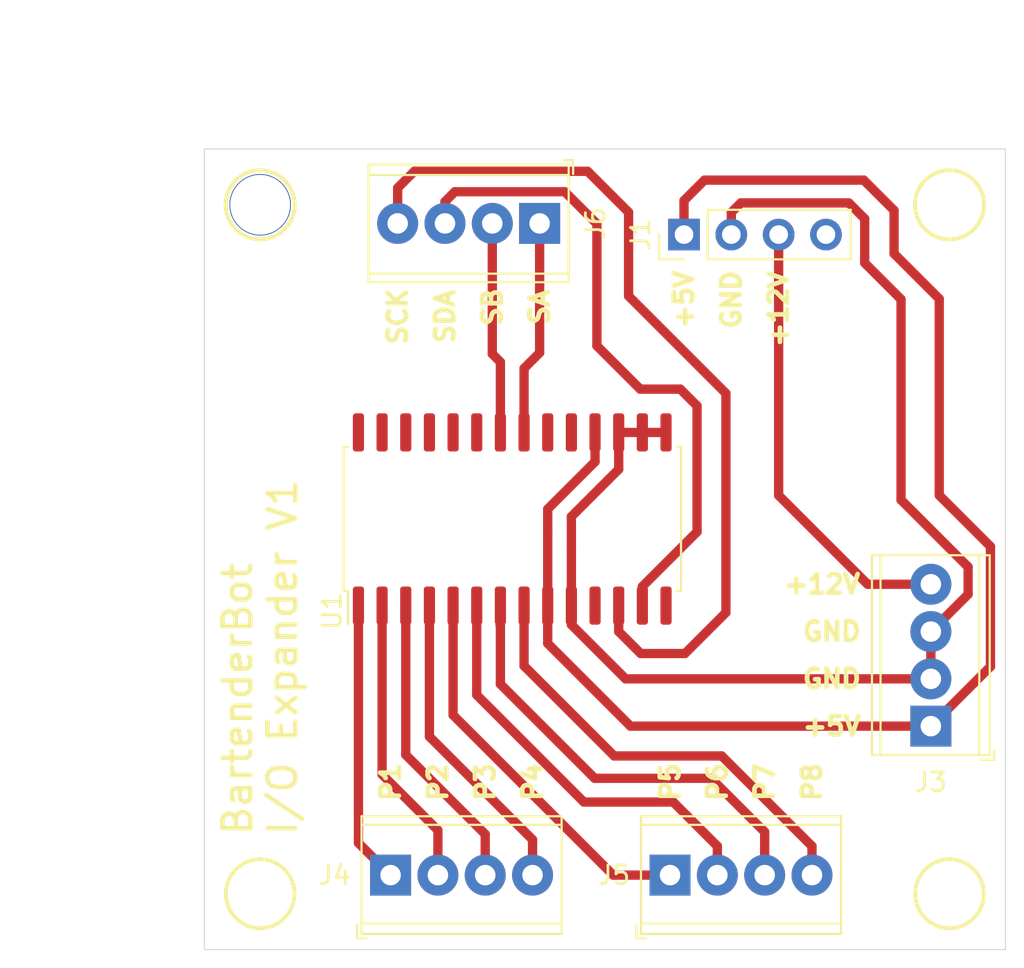
<source format=kicad_pcb>
(kicad_pcb (version 20171130) (host pcbnew "(5.1.8-0-10_14)")

  (general
    (thickness 1.6)
    (drawings 26)
    (tracks 99)
    (zones 0)
    (modules 10)
    (nets 27)
  )

  (page A4)
  (layers
    (0 F.Cu signal)
    (31 B.Cu signal)
    (32 B.Adhes user)
    (33 F.Adhes user)
    (34 B.Paste user)
    (35 F.Paste user)
    (36 B.SilkS user)
    (37 F.SilkS user)
    (38 B.Mask user)
    (39 F.Mask user)
    (40 Dwgs.User user)
    (41 Cmts.User user)
    (42 Eco1.User user)
    (43 Eco2.User user)
    (44 Edge.Cuts user)
    (45 Margin user)
    (46 B.CrtYd user)
    (47 F.CrtYd user)
    (48 B.Fab user)
    (49 F.Fab user)
  )

  (setup
    (last_trace_width 0.5)
    (user_trace_width 0.5)
    (trace_clearance 0.2)
    (zone_clearance 0.508)
    (zone_45_only no)
    (trace_min 0.5)
    (via_size 0.8)
    (via_drill 0.4)
    (via_min_size 0.4)
    (via_min_drill 0.3)
    (uvia_size 0.3)
    (uvia_drill 0.1)
    (uvias_allowed no)
    (uvia_min_size 0.2)
    (uvia_min_drill 0.1)
    (edge_width 0.05)
    (segment_width 0.2)
    (pcb_text_width 0.3)
    (pcb_text_size 1.5 1.5)
    (mod_edge_width 0.12)
    (mod_text_size 1 1)
    (mod_text_width 0.15)
    (pad_size 3.302 3.302)
    (pad_drill 3.302)
    (pad_to_mask_clearance 0)
    (aux_axis_origin 0 0)
    (visible_elements FFFFFF7F)
    (pcbplotparams
      (layerselection 0x010fc_ffffffff)
      (usegerberextensions false)
      (usegerberattributes true)
      (usegerberadvancedattributes true)
      (creategerberjobfile true)
      (excludeedgelayer true)
      (linewidth 0.100000)
      (plotframeref false)
      (viasonmask false)
      (mode 1)
      (useauxorigin false)
      (hpglpennumber 1)
      (hpglpenspeed 20)
      (hpglpendiameter 15.000000)
      (psnegative false)
      (psa4output false)
      (plotreference true)
      (plotvalue true)
      (plotinvisibletext false)
      (padsonsilk false)
      (subtractmaskfromsilk false)
      (outputformat 1)
      (mirror false)
      (drillshape 0)
      (scaleselection 1)
      (outputdirectory ""))
  )

  (net 0 "")
  (net 1 +5V)
  (net 2 GND)
  (net 3 +12V)
  (net 4 /Pump4)
  (net 5 /Pump3)
  (net 6 /Pump2)
  (net 7 /Pump1)
  (net 8 /Pump5)
  (net 9 /Pump6)
  (net 10 /Pump7)
  (net 11 /Pump8)
  (net 12 /SCK)
  (net 13 /SDA)
  (net 14 /StepB)
  (net 15 /StepA)
  (net 16 "Net-(U1-Pad11)")
  (net 17 "Net-(U1-Pad14)")
  (net 18 "Net-(U1-Pad19)")
  (net 19 "Net-(U1-Pad20)")
  (net 20 "Net-(U1-Pad23)")
  (net 21 "Net-(U1-Pad24)")
  (net 22 "Net-(U1-Pad25)")
  (net 23 "Net-(U1-Pad26)")
  (net 24 "Net-(U1-Pad27)")
  (net 25 "Net-(U1-Pad28)")
  (net 26 "Net-(J1-Pad4)")

  (net_class Default "This is the default net class."
    (clearance 0.2)
    (trace_width 0.25)
    (via_dia 0.8)
    (via_drill 0.4)
    (uvia_dia 0.3)
    (uvia_drill 0.1)
    (add_net +12V)
    (add_net +5V)
    (add_net /Pump1)
    (add_net /Pump2)
    (add_net /Pump3)
    (add_net /Pump4)
    (add_net /Pump5)
    (add_net /Pump6)
    (add_net /Pump7)
    (add_net /Pump8)
    (add_net /SCK)
    (add_net /SDA)
    (add_net /StepA)
    (add_net /StepB)
    (add_net GND)
    (add_net "Net-(J1-Pad4)")
    (add_net "Net-(U1-Pad11)")
    (add_net "Net-(U1-Pad14)")
    (add_net "Net-(U1-Pad19)")
    (add_net "Net-(U1-Pad20)")
    (add_net "Net-(U1-Pad23)")
    (add_net "Net-(U1-Pad24)")
    (add_net "Net-(U1-Pad25)")
    (add_net "Net-(U1-Pad26)")
    (add_net "Net-(U1-Pad27)")
    (add_net "Net-(U1-Pad28)")
  )

  (module Package_SO:SOIC-28W_7.5x17.9mm_P1.27mm (layer F.Cu) (tedit 5D9F72B1) (tstamp 5FE41E8B)
    (at 116.53 59.875 90)
    (descr "SOIC, 28 Pin (JEDEC MS-013AE, https://www.analog.com/media/en/package-pcb-resources/package/35833120341221rw_28.pdf), generated with kicad-footprint-generator ipc_gullwing_generator.py")
    (tags "SOIC SO")
    (path /5FC5ECEE)
    (attr smd)
    (fp_text reference U1 (at -4.95 -9.68 90) (layer F.SilkS)
      (effects (font (size 1 1) (thickness 0.15)))
    )
    (fp_text value MCP23017_SO (at 0 9.9 90) (layer F.Fab)
      (effects (font (size 1 1) (thickness 0.15)))
    )
    (fp_line (start 0 9.06) (end 3.86 9.06) (layer F.SilkS) (width 0.12))
    (fp_line (start 3.86 9.06) (end 3.86 8.815) (layer F.SilkS) (width 0.12))
    (fp_line (start 0 9.06) (end -3.86 9.06) (layer F.SilkS) (width 0.12))
    (fp_line (start -3.86 9.06) (end -3.86 8.815) (layer F.SilkS) (width 0.12))
    (fp_line (start 0 -9.06) (end 3.86 -9.06) (layer F.SilkS) (width 0.12))
    (fp_line (start 3.86 -9.06) (end 3.86 -8.815) (layer F.SilkS) (width 0.12))
    (fp_line (start 0 -9.06) (end -3.86 -9.06) (layer F.SilkS) (width 0.12))
    (fp_line (start -3.86 -9.06) (end -3.86 -8.815) (layer F.SilkS) (width 0.12))
    (fp_line (start -3.86 -8.815) (end -5.675 -8.815) (layer F.SilkS) (width 0.12))
    (fp_line (start -2.75 -8.95) (end 3.75 -8.95) (layer F.Fab) (width 0.1))
    (fp_line (start 3.75 -8.95) (end 3.75 8.95) (layer F.Fab) (width 0.1))
    (fp_line (start 3.75 8.95) (end -3.75 8.95) (layer F.Fab) (width 0.1))
    (fp_line (start -3.75 8.95) (end -3.75 -7.95) (layer F.Fab) (width 0.1))
    (fp_line (start -3.75 -7.95) (end -2.75 -8.95) (layer F.Fab) (width 0.1))
    (fp_line (start -5.93 -9.2) (end -5.93 9.2) (layer F.CrtYd) (width 0.05))
    (fp_line (start -5.93 9.2) (end 5.93 9.2) (layer F.CrtYd) (width 0.05))
    (fp_line (start 5.93 9.2) (end 5.93 -9.2) (layer F.CrtYd) (width 0.05))
    (fp_line (start 5.93 -9.2) (end -5.93 -9.2) (layer F.CrtYd) (width 0.05))
    (fp_text user %R (at 0 0 90) (layer F.Fab)
      (effects (font (size 1 1) (thickness 0.15)))
    )
    (pad 1 smd roundrect (at -4.65 -8.255 90) (size 2.05 0.6) (layers F.Cu F.Paste F.Mask) (roundrect_rratio 0.25)
      (net 7 /Pump1))
    (pad 2 smd roundrect (at -4.65 -6.985 90) (size 2.05 0.6) (layers F.Cu F.Paste F.Mask) (roundrect_rratio 0.25)
      (net 6 /Pump2))
    (pad 3 smd roundrect (at -4.65 -5.715 90) (size 2.05 0.6) (layers F.Cu F.Paste F.Mask) (roundrect_rratio 0.25)
      (net 5 /Pump3))
    (pad 4 smd roundrect (at -4.65 -4.445 90) (size 2.05 0.6) (layers F.Cu F.Paste F.Mask) (roundrect_rratio 0.25)
      (net 4 /Pump4))
    (pad 5 smd roundrect (at -4.65 -3.175 90) (size 2.05 0.6) (layers F.Cu F.Paste F.Mask) (roundrect_rratio 0.25)
      (net 8 /Pump5))
    (pad 6 smd roundrect (at -4.65 -1.905 90) (size 2.05 0.6) (layers F.Cu F.Paste F.Mask) (roundrect_rratio 0.25)
      (net 9 /Pump6))
    (pad 7 smd roundrect (at -4.65 -0.635 90) (size 2.05 0.6) (layers F.Cu F.Paste F.Mask) (roundrect_rratio 0.25)
      (net 10 /Pump7))
    (pad 8 smd roundrect (at -4.65 0.635 90) (size 2.05 0.6) (layers F.Cu F.Paste F.Mask) (roundrect_rratio 0.25)
      (net 11 /Pump8))
    (pad 9 smd roundrect (at -4.65 1.905 90) (size 2.05 0.6) (layers F.Cu F.Paste F.Mask) (roundrect_rratio 0.25)
      (net 1 +5V))
    (pad 10 smd roundrect (at -4.65 3.175 90) (size 2.05 0.6) (layers F.Cu F.Paste F.Mask) (roundrect_rratio 0.25)
      (net 2 GND))
    (pad 11 smd roundrect (at -4.65 4.445 90) (size 2.05 0.6) (layers F.Cu F.Paste F.Mask) (roundrect_rratio 0.25)
      (net 16 "Net-(U1-Pad11)"))
    (pad 12 smd roundrect (at -4.65 5.715 90) (size 2.05 0.6) (layers F.Cu F.Paste F.Mask) (roundrect_rratio 0.25)
      (net 12 /SCK))
    (pad 13 smd roundrect (at -4.65 6.985 90) (size 2.05 0.6) (layers F.Cu F.Paste F.Mask) (roundrect_rratio 0.25)
      (net 13 /SDA))
    (pad 14 smd roundrect (at -4.65 8.255 90) (size 2.05 0.6) (layers F.Cu F.Paste F.Mask) (roundrect_rratio 0.25)
      (net 17 "Net-(U1-Pad14)"))
    (pad 15 smd roundrect (at 4.65 8.255 90) (size 2.05 0.6) (layers F.Cu F.Paste F.Mask) (roundrect_rratio 0.25)
      (net 2 GND))
    (pad 16 smd roundrect (at 4.65 6.985 90) (size 2.05 0.6) (layers F.Cu F.Paste F.Mask) (roundrect_rratio 0.25)
      (net 2 GND))
    (pad 17 smd roundrect (at 4.65 5.715 90) (size 2.05 0.6) (layers F.Cu F.Paste F.Mask) (roundrect_rratio 0.25)
      (net 2 GND))
    (pad 18 smd roundrect (at 4.65 4.445 90) (size 2.05 0.6) (layers F.Cu F.Paste F.Mask) (roundrect_rratio 0.25)
      (net 1 +5V))
    (pad 19 smd roundrect (at 4.65 3.175 90) (size 2.05 0.6) (layers F.Cu F.Paste F.Mask) (roundrect_rratio 0.25)
      (net 18 "Net-(U1-Pad19)"))
    (pad 20 smd roundrect (at 4.65 1.905 90) (size 2.05 0.6) (layers F.Cu F.Paste F.Mask) (roundrect_rratio 0.25)
      (net 19 "Net-(U1-Pad20)"))
    (pad 21 smd roundrect (at 4.65 0.635 90) (size 2.05 0.6) (layers F.Cu F.Paste F.Mask) (roundrect_rratio 0.25)
      (net 15 /StepA))
    (pad 22 smd roundrect (at 4.65 -0.635 90) (size 2.05 0.6) (layers F.Cu F.Paste F.Mask) (roundrect_rratio 0.25)
      (net 14 /StepB))
    (pad 23 smd roundrect (at 4.65 -1.905 90) (size 2.05 0.6) (layers F.Cu F.Paste F.Mask) (roundrect_rratio 0.25)
      (net 20 "Net-(U1-Pad23)"))
    (pad 24 smd roundrect (at 4.65 -3.175 90) (size 2.05 0.6) (layers F.Cu F.Paste F.Mask) (roundrect_rratio 0.25)
      (net 21 "Net-(U1-Pad24)"))
    (pad 25 smd roundrect (at 4.65 -4.445 90) (size 2.05 0.6) (layers F.Cu F.Paste F.Mask) (roundrect_rratio 0.25)
      (net 22 "Net-(U1-Pad25)"))
    (pad 26 smd roundrect (at 4.65 -5.715 90) (size 2.05 0.6) (layers F.Cu F.Paste F.Mask) (roundrect_rratio 0.25)
      (net 23 "Net-(U1-Pad26)"))
    (pad 27 smd roundrect (at 4.65 -6.985 90) (size 2.05 0.6) (layers F.Cu F.Paste F.Mask) (roundrect_rratio 0.25)
      (net 24 "Net-(U1-Pad27)"))
    (pad 28 smd roundrect (at 4.65 -8.255 90) (size 2.05 0.6) (layers F.Cu F.Paste F.Mask) (roundrect_rratio 0.25)
      (net 25 "Net-(U1-Pad28)"))
    (model ${KISYS3DMOD}/Package_SO.3dshapes/SOIC-28W_7.5x17.9mm_P1.27mm.wrl
      (at (xyz 0 0 0))
      (scale (xyz 1 1 1))
      (rotate (xyz 0 0 0))
    )
  )

  (module TerminalBlock_Phoenix:TerminalBlock_Phoenix_MPT-0,5-4-2.54_1x04_P2.54mm_Horizontal (layer F.Cu) (tedit 5B294F98) (tstamp 5FC71A2F)
    (at 118 44 180)
    (descr "Terminal Block Phoenix MPT-0,5-4-2.54, 4 pins, pitch 2.54mm, size 10.6x6.2mm^2, drill diamater 1.1mm, pad diameter 2.2mm, see http://www.mouser.com/ds/2/324/ItemDetail_1725672-916605.pdf, script-generated using https://github.com/pointhi/kicad-footprint-generator/scripts/TerminalBlock_Phoenix")
    (tags "THT Terminal Block Phoenix MPT-0,5-4-2.54 pitch 2.54mm size 10.6x6.2mm^2 drill 1.1mm pad 2.2mm")
    (path /5FC6C712)
    (fp_text reference J6 (at -3 0 90) (layer F.SilkS)
      (effects (font (size 1 1) (thickness 0.15)))
    )
    (fp_text value Screw_Terminal_01x04 (at 3.81 4.16) (layer F.Fab)
      (effects (font (size 1 1) (thickness 0.15)))
    )
    (fp_circle (center 0 0) (end 1.1 0) (layer F.Fab) (width 0.1))
    (fp_circle (center 2.54 0) (end 3.64 0) (layer F.Fab) (width 0.1))
    (fp_circle (center 5.08 0) (end 6.18 0) (layer F.Fab) (width 0.1))
    (fp_circle (center 7.62 0) (end 8.72 0) (layer F.Fab) (width 0.1))
    (fp_line (start -1.5 -3.1) (end 9.12 -3.1) (layer F.Fab) (width 0.1))
    (fp_line (start 9.12 -3.1) (end 9.12 3.1) (layer F.Fab) (width 0.1))
    (fp_line (start 9.12 3.1) (end -1 3.1) (layer F.Fab) (width 0.1))
    (fp_line (start -1 3.1) (end -1.5 2.6) (layer F.Fab) (width 0.1))
    (fp_line (start -1.5 2.6) (end -1.5 -3.1) (layer F.Fab) (width 0.1))
    (fp_line (start -1.5 2.6) (end 9.12 2.6) (layer F.Fab) (width 0.1))
    (fp_line (start -1.56 2.6) (end 9.18 2.6) (layer F.SilkS) (width 0.12))
    (fp_line (start -1.5 -2.7) (end 9.12 -2.7) (layer F.Fab) (width 0.1))
    (fp_line (start -1.56 -2.7) (end 9.18 -2.7) (layer F.SilkS) (width 0.12))
    (fp_line (start -1.56 -3.16) (end 9.18 -3.16) (layer F.SilkS) (width 0.12))
    (fp_line (start -1.56 3.16) (end 9.18 3.16) (layer F.SilkS) (width 0.12))
    (fp_line (start -1.56 -3.16) (end -1.56 3.16) (layer F.SilkS) (width 0.12))
    (fp_line (start 9.18 -3.16) (end 9.18 3.16) (layer F.SilkS) (width 0.12))
    (fp_line (start 0.835 -0.7) (end -0.701 0.835) (layer F.Fab) (width 0.1))
    (fp_line (start 0.701 -0.835) (end -0.835 0.7) (layer F.Fab) (width 0.1))
    (fp_line (start 3.375 -0.7) (end 1.84 0.835) (layer F.Fab) (width 0.1))
    (fp_line (start 3.241 -0.835) (end 1.706 0.7) (layer F.Fab) (width 0.1))
    (fp_line (start 5.915 -0.7) (end 4.38 0.835) (layer F.Fab) (width 0.1))
    (fp_line (start 5.781 -0.835) (end 4.246 0.7) (layer F.Fab) (width 0.1))
    (fp_line (start 8.455 -0.7) (end 6.92 0.835) (layer F.Fab) (width 0.1))
    (fp_line (start 8.321 -0.835) (end 6.786 0.7) (layer F.Fab) (width 0.1))
    (fp_line (start -1.8 2.66) (end -1.8 3.4) (layer F.SilkS) (width 0.12))
    (fp_line (start -1.8 3.4) (end -1.3 3.4) (layer F.SilkS) (width 0.12))
    (fp_line (start -2 -3.6) (end -2 3.6) (layer F.CrtYd) (width 0.05))
    (fp_line (start -2 3.6) (end 9.63 3.6) (layer F.CrtYd) (width 0.05))
    (fp_line (start 9.63 3.6) (end 9.63 -3.6) (layer F.CrtYd) (width 0.05))
    (fp_line (start 9.63 -3.6) (end -2 -3.6) (layer F.CrtYd) (width 0.05))
    (fp_text user %R (at 3.81 2) (layer F.Fab)
      (effects (font (size 1 1) (thickness 0.15)))
    )
    (pad 4 thru_hole circle (at 7.62 0 180) (size 2.2 2.2) (drill 1.1) (layers *.Cu *.Mask)
      (net 12 /SCK))
    (pad 3 thru_hole circle (at 5.08 0 180) (size 2.2 2.2) (drill 1.1) (layers *.Cu *.Mask)
      (net 13 /SDA))
    (pad 2 thru_hole circle (at 2.54 0 180) (size 2.2 2.2) (drill 1.1) (layers *.Cu *.Mask)
      (net 14 /StepB))
    (pad 1 thru_hole rect (at 0 0 180) (size 2.2 2.2) (drill 1.1) (layers *.Cu *.Mask)
      (net 15 /StepA))
    (model ${KISYS3DMOD}/TerminalBlock_Phoenix.3dshapes/TerminalBlock_Phoenix_MPT-0,5-4-2.54_1x04_P2.54mm_Horizontal.wrl
      (at (xyz 0 0 0))
      (scale (xyz 1 1 1))
      (rotate (xyz 0 0 0))
    )
    (model ${KISYS3DMOD}/TerminalBlock_Phoenix.3dshapes/TerminalBlock_Phoenix_MPT-0%2C5-4-2.54_1x04_P2.54mm_Horizontal.wrl
      (at (xyz 0 0 0))
      (scale (xyz 1 1 1))
      (rotate (xyz 0 0 0))
    )
  )

  (module TerminalBlock_Phoenix:TerminalBlock_Phoenix_MPT-0,5-4-2.54_1x04_P2.54mm_Horizontal (layer F.Cu) (tedit 5B294F98) (tstamp 5FC71A08)
    (at 125 79)
    (descr "Terminal Block Phoenix MPT-0,5-4-2.54, 4 pins, pitch 2.54mm, size 10.6x6.2mm^2, drill diamater 1.1mm, pad diameter 2.2mm, see http://www.mouser.com/ds/2/324/ItemDetail_1725672-916605.pdf, script-generated using https://github.com/pointhi/kicad-footprint-generator/scripts/TerminalBlock_Phoenix")
    (tags "THT Terminal Block Phoenix MPT-0,5-4-2.54 pitch 2.54mm size 10.6x6.2mm^2 drill 1.1mm pad 2.2mm")
    (path /5FC6AE87)
    (fp_text reference J5 (at -3 0) (layer F.SilkS)
      (effects (font (size 1 1) (thickness 0.15)))
    )
    (fp_text value Screw_Terminal_01x04 (at 3.81 4.16) (layer F.Fab)
      (effects (font (size 1 1) (thickness 0.15)))
    )
    (fp_circle (center 0 0) (end 1.1 0) (layer F.Fab) (width 0.1))
    (fp_circle (center 2.54 0) (end 3.64 0) (layer F.Fab) (width 0.1))
    (fp_circle (center 5.08 0) (end 6.18 0) (layer F.Fab) (width 0.1))
    (fp_circle (center 7.62 0) (end 8.72 0) (layer F.Fab) (width 0.1))
    (fp_line (start -1.5 -3.1) (end 9.12 -3.1) (layer F.Fab) (width 0.1))
    (fp_line (start 9.12 -3.1) (end 9.12 3.1) (layer F.Fab) (width 0.1))
    (fp_line (start 9.12 3.1) (end -1 3.1) (layer F.Fab) (width 0.1))
    (fp_line (start -1 3.1) (end -1.5 2.6) (layer F.Fab) (width 0.1))
    (fp_line (start -1.5 2.6) (end -1.5 -3.1) (layer F.Fab) (width 0.1))
    (fp_line (start -1.5 2.6) (end 9.12 2.6) (layer F.Fab) (width 0.1))
    (fp_line (start -1.56 2.6) (end 9.18 2.6) (layer F.SilkS) (width 0.12))
    (fp_line (start -1.5 -2.7) (end 9.12 -2.7) (layer F.Fab) (width 0.1))
    (fp_line (start -1.56 -2.7) (end 9.18 -2.7) (layer F.SilkS) (width 0.12))
    (fp_line (start -1.56 -3.16) (end 9.18 -3.16) (layer F.SilkS) (width 0.12))
    (fp_line (start -1.56 3.16) (end 9.18 3.16) (layer F.SilkS) (width 0.12))
    (fp_line (start -1.56 -3.16) (end -1.56 3.16) (layer F.SilkS) (width 0.12))
    (fp_line (start 9.18 -3.16) (end 9.18 3.16) (layer F.SilkS) (width 0.12))
    (fp_line (start 0.835 -0.7) (end -0.701 0.835) (layer F.Fab) (width 0.1))
    (fp_line (start 0.701 -0.835) (end -0.835 0.7) (layer F.Fab) (width 0.1))
    (fp_line (start 3.375 -0.7) (end 1.84 0.835) (layer F.Fab) (width 0.1))
    (fp_line (start 3.241 -0.835) (end 1.706 0.7) (layer F.Fab) (width 0.1))
    (fp_line (start 5.915 -0.7) (end 4.38 0.835) (layer F.Fab) (width 0.1))
    (fp_line (start 5.781 -0.835) (end 4.246 0.7) (layer F.Fab) (width 0.1))
    (fp_line (start 8.455 -0.7) (end 6.92 0.835) (layer F.Fab) (width 0.1))
    (fp_line (start 8.321 -0.835) (end 6.786 0.7) (layer F.Fab) (width 0.1))
    (fp_line (start -1.8 2.66) (end -1.8 3.4) (layer F.SilkS) (width 0.12))
    (fp_line (start -1.8 3.4) (end -1.3 3.4) (layer F.SilkS) (width 0.12))
    (fp_line (start -2 -3.6) (end -2 3.6) (layer F.CrtYd) (width 0.05))
    (fp_line (start -2 3.6) (end 9.63 3.6) (layer F.CrtYd) (width 0.05))
    (fp_line (start 9.63 3.6) (end 9.63 -3.6) (layer F.CrtYd) (width 0.05))
    (fp_line (start 9.63 -3.6) (end -2 -3.6) (layer F.CrtYd) (width 0.05))
    (fp_text user %R (at 3.81 2) (layer F.Fab)
      (effects (font (size 1 1) (thickness 0.15)))
    )
    (pad 4 thru_hole circle (at 7.62 0) (size 2.2 2.2) (drill 1.1) (layers *.Cu *.Mask)
      (net 11 /Pump8))
    (pad 3 thru_hole circle (at 5.08 0) (size 2.2 2.2) (drill 1.1) (layers *.Cu *.Mask)
      (net 10 /Pump7))
    (pad 2 thru_hole circle (at 2.54 0) (size 2.2 2.2) (drill 1.1) (layers *.Cu *.Mask)
      (net 9 /Pump6))
    (pad 1 thru_hole rect (at 0 0) (size 2.2 2.2) (drill 1.1) (layers *.Cu *.Mask)
      (net 8 /Pump5))
    (model ${KISYS3DMOD}/TerminalBlock_Phoenix.3dshapes/TerminalBlock_Phoenix_MPT-0,5-4-2.54_1x04_P2.54mm_Horizontal.wrl
      (at (xyz 0 0 0))
      (scale (xyz 1 1 1))
      (rotate (xyz 0 0 0))
    )
    (model ${KISYS3DMOD}/TerminalBlock_Phoenix.3dshapes/TerminalBlock_Phoenix_MPT-0%2C5-4-2.54_1x04_P2.54mm_Horizontal.wrl
      (at (xyz 0 0 0))
      (scale (xyz 1 1 1))
      (rotate (xyz 0 0 0))
    )
  )

  (module TerminalBlock_Phoenix:TerminalBlock_Phoenix_MPT-0,5-4-2.54_1x04_P2.54mm_Horizontal (layer F.Cu) (tedit 5B294F98) (tstamp 5FC719E1)
    (at 110 79)
    (descr "Terminal Block Phoenix MPT-0,5-4-2.54, 4 pins, pitch 2.54mm, size 10.6x6.2mm^2, drill diamater 1.1mm, pad diameter 2.2mm, see http://www.mouser.com/ds/2/324/ItemDetail_1725672-916605.pdf, script-generated using https://github.com/pointhi/kicad-footprint-generator/scripts/TerminalBlock_Phoenix")
    (tags "THT Terminal Block Phoenix MPT-0,5-4-2.54 pitch 2.54mm size 10.6x6.2mm^2 drill 1.1mm pad 2.2mm")
    (path /5FC6A709)
    (fp_text reference J4 (at -3 0) (layer F.SilkS)
      (effects (font (size 1 1) (thickness 0.15)))
    )
    (fp_text value Screw_Terminal_01x04 (at 3.81 4.16) (layer F.Fab)
      (effects (font (size 1 1) (thickness 0.15)))
    )
    (fp_circle (center 0 0) (end 1.1 0) (layer F.Fab) (width 0.1))
    (fp_circle (center 2.54 0) (end 3.64 0) (layer F.Fab) (width 0.1))
    (fp_circle (center 5.08 0) (end 6.18 0) (layer F.Fab) (width 0.1))
    (fp_circle (center 7.62 0) (end 8.72 0) (layer F.Fab) (width 0.1))
    (fp_line (start -1.5 -3.1) (end 9.12 -3.1) (layer F.Fab) (width 0.1))
    (fp_line (start 9.12 -3.1) (end 9.12 3.1) (layer F.Fab) (width 0.1))
    (fp_line (start 9.12 3.1) (end -1 3.1) (layer F.Fab) (width 0.1))
    (fp_line (start -1 3.1) (end -1.5 2.6) (layer F.Fab) (width 0.1))
    (fp_line (start -1.5 2.6) (end -1.5 -3.1) (layer F.Fab) (width 0.1))
    (fp_line (start -1.5 2.6) (end 9.12 2.6) (layer F.Fab) (width 0.1))
    (fp_line (start -1.56 2.6) (end 9.18 2.6) (layer F.SilkS) (width 0.12))
    (fp_line (start -1.5 -2.7) (end 9.12 -2.7) (layer F.Fab) (width 0.1))
    (fp_line (start -1.56 -2.7) (end 9.18 -2.7) (layer F.SilkS) (width 0.12))
    (fp_line (start -1.56 -3.16) (end 9.18 -3.16) (layer F.SilkS) (width 0.12))
    (fp_line (start -1.56 3.16) (end 9.18 3.16) (layer F.SilkS) (width 0.12))
    (fp_line (start -1.56 -3.16) (end -1.56 3.16) (layer F.SilkS) (width 0.12))
    (fp_line (start 9.18 -3.16) (end 9.18 3.16) (layer F.SilkS) (width 0.12))
    (fp_line (start 0.835 -0.7) (end -0.701 0.835) (layer F.Fab) (width 0.1))
    (fp_line (start 0.701 -0.835) (end -0.835 0.7) (layer F.Fab) (width 0.1))
    (fp_line (start 3.375 -0.7) (end 1.84 0.835) (layer F.Fab) (width 0.1))
    (fp_line (start 3.241 -0.835) (end 1.706 0.7) (layer F.Fab) (width 0.1))
    (fp_line (start 5.915 -0.7) (end 4.38 0.835) (layer F.Fab) (width 0.1))
    (fp_line (start 5.781 -0.835) (end 4.246 0.7) (layer F.Fab) (width 0.1))
    (fp_line (start 8.455 -0.7) (end 6.92 0.835) (layer F.Fab) (width 0.1))
    (fp_line (start 8.321 -0.835) (end 6.786 0.7) (layer F.Fab) (width 0.1))
    (fp_line (start -1.8 2.66) (end -1.8 3.4) (layer F.SilkS) (width 0.12))
    (fp_line (start -1.8 3.4) (end -1.3 3.4) (layer F.SilkS) (width 0.12))
    (fp_line (start -2 -3.6) (end -2 3.6) (layer F.CrtYd) (width 0.05))
    (fp_line (start -2 3.6) (end 9.63 3.6) (layer F.CrtYd) (width 0.05))
    (fp_line (start 9.63 3.6) (end 9.63 -3.6) (layer F.CrtYd) (width 0.05))
    (fp_line (start 9.63 -3.6) (end -2 -3.6) (layer F.CrtYd) (width 0.05))
    (fp_text user %R (at 3.81 2) (layer F.Fab)
      (effects (font (size 1 1) (thickness 0.15)))
    )
    (pad 4 thru_hole circle (at 7.62 0) (size 2.2 2.2) (drill 1.1) (layers *.Cu *.Mask)
      (net 4 /Pump4))
    (pad 3 thru_hole circle (at 5.08 0) (size 2.2 2.2) (drill 1.1) (layers *.Cu *.Mask)
      (net 5 /Pump3))
    (pad 2 thru_hole circle (at 2.54 0) (size 2.2 2.2) (drill 1.1) (layers *.Cu *.Mask)
      (net 6 /Pump2))
    (pad 1 thru_hole rect (at 0 0) (size 2.2 2.2) (drill 1.1) (layers *.Cu *.Mask)
      (net 7 /Pump1))
    (model ${KISYS3DMOD}/TerminalBlock_Phoenix.3dshapes/TerminalBlock_Phoenix_MPT-0,5-4-2.54_1x04_P2.54mm_Horizontal.wrl
      (at (xyz 0 0 0))
      (scale (xyz 1 1 1))
      (rotate (xyz 0 0 0))
    )
    (model ${KISYS3DMOD}/TerminalBlock_Phoenix.3dshapes/TerminalBlock_Phoenix_MPT-0%2C5-4-2.54_1x04_P2.54mm_Horizontal.wrl
      (at (xyz 0 0 0))
      (scale (xyz 1 1 1))
      (rotate (xyz 0 0 0))
    )
  )

  (module TerminalBlock_Phoenix:TerminalBlock_Phoenix_MPT-0,5-4-2.54_1x04_P2.54mm_Horizontal (layer F.Cu) (tedit 5B294F98) (tstamp 5FC719BA)
    (at 139 71 90)
    (descr "Terminal Block Phoenix MPT-0,5-4-2.54, 4 pins, pitch 2.54mm, size 10.6x6.2mm^2, drill diamater 1.1mm, pad diameter 2.2mm, see http://www.mouser.com/ds/2/324/ItemDetail_1725672-916605.pdf, script-generated using https://github.com/pointhi/kicad-footprint-generator/scripts/TerminalBlock_Phoenix")
    (tags "THT Terminal Block Phoenix MPT-0,5-4-2.54 pitch 2.54mm size 10.6x6.2mm^2 drill 1.1mm pad 2.2mm")
    (path /5FC60520)
    (fp_text reference J3 (at -3 0 180) (layer F.SilkS)
      (effects (font (size 1 1) (thickness 0.15)))
    )
    (fp_text value Screw_Terminal_01x04 (at 3.81 4.16 90) (layer F.Fab)
      (effects (font (size 1 1) (thickness 0.15)))
    )
    (fp_circle (center 0 0) (end 1.1 0) (layer F.Fab) (width 0.1))
    (fp_circle (center 2.54 0) (end 3.64 0) (layer F.Fab) (width 0.1))
    (fp_circle (center 5.08 0) (end 6.18 0) (layer F.Fab) (width 0.1))
    (fp_circle (center 7.62 0) (end 8.72 0) (layer F.Fab) (width 0.1))
    (fp_line (start -1.5 -3.1) (end 9.12 -3.1) (layer F.Fab) (width 0.1))
    (fp_line (start 9.12 -3.1) (end 9.12 3.1) (layer F.Fab) (width 0.1))
    (fp_line (start 9.12 3.1) (end -1 3.1) (layer F.Fab) (width 0.1))
    (fp_line (start -1 3.1) (end -1.5 2.6) (layer F.Fab) (width 0.1))
    (fp_line (start -1.5 2.6) (end -1.5 -3.1) (layer F.Fab) (width 0.1))
    (fp_line (start -1.5 2.6) (end 9.12 2.6) (layer F.Fab) (width 0.1))
    (fp_line (start -1.56 2.6) (end 9.18 2.6) (layer F.SilkS) (width 0.12))
    (fp_line (start -1.5 -2.7) (end 9.12 -2.7) (layer F.Fab) (width 0.1))
    (fp_line (start -1.56 -2.7) (end 9.18 -2.7) (layer F.SilkS) (width 0.12))
    (fp_line (start -1.56 -3.16) (end 9.18 -3.16) (layer F.SilkS) (width 0.12))
    (fp_line (start -1.56 3.16) (end 9.18 3.16) (layer F.SilkS) (width 0.12))
    (fp_line (start -1.56 -3.16) (end -1.56 3.16) (layer F.SilkS) (width 0.12))
    (fp_line (start 9.18 -3.16) (end 9.18 3.16) (layer F.SilkS) (width 0.12))
    (fp_line (start 0.835 -0.7) (end -0.701 0.835) (layer F.Fab) (width 0.1))
    (fp_line (start 0.701 -0.835) (end -0.835 0.7) (layer F.Fab) (width 0.1))
    (fp_line (start 3.375 -0.7) (end 1.84 0.835) (layer F.Fab) (width 0.1))
    (fp_line (start 3.241 -0.835) (end 1.706 0.7) (layer F.Fab) (width 0.1))
    (fp_line (start 5.915 -0.7) (end 4.38 0.835) (layer F.Fab) (width 0.1))
    (fp_line (start 5.781 -0.835) (end 4.246 0.7) (layer F.Fab) (width 0.1))
    (fp_line (start 8.455 -0.7) (end 6.92 0.835) (layer F.Fab) (width 0.1))
    (fp_line (start 8.321 -0.835) (end 6.786 0.7) (layer F.Fab) (width 0.1))
    (fp_line (start -1.8 2.66) (end -1.8 3.4) (layer F.SilkS) (width 0.12))
    (fp_line (start -1.8 3.4) (end -1.3 3.4) (layer F.SilkS) (width 0.12))
    (fp_line (start -2 -3.6) (end -2 3.6) (layer F.CrtYd) (width 0.05))
    (fp_line (start -2 3.6) (end 9.63 3.6) (layer F.CrtYd) (width 0.05))
    (fp_line (start 9.63 3.6) (end 9.63 -3.6) (layer F.CrtYd) (width 0.05))
    (fp_line (start 9.63 -3.6) (end -2 -3.6) (layer F.CrtYd) (width 0.05))
    (fp_text user %R (at 3.81 2 90) (layer F.Fab)
      (effects (font (size 1 1) (thickness 0.15)))
    )
    (pad 4 thru_hole circle (at 7.62 0 90) (size 2.2 2.2) (drill 1.1) (layers *.Cu *.Mask)
      (net 3 +12V))
    (pad 3 thru_hole circle (at 5.08 0 90) (size 2.2 2.2) (drill 1.1) (layers *.Cu *.Mask)
      (net 2 GND))
    (pad 2 thru_hole circle (at 2.54 0 90) (size 2.2 2.2) (drill 1.1) (layers *.Cu *.Mask)
      (net 2 GND))
    (pad 1 thru_hole rect (at 0 0 90) (size 2.2 2.2) (drill 1.1) (layers *.Cu *.Mask)
      (net 1 +5V))
    (model ${KISYS3DMOD}/TerminalBlock_Phoenix.3dshapes/TerminalBlock_Phoenix_MPT-0,5-4-2.54_1x04_P2.54mm_Horizontal.wrl
      (at (xyz 0 0 0))
      (scale (xyz 1 1 1))
      (rotate (xyz 0 0 0))
    )
    (model ${KISYS3DMOD}/TerminalBlock_Phoenix.3dshapes/TerminalBlock_Phoenix_MPT-0%2C5-4-2.54_1x04_P2.54mm_Horizontal.wrl
      (at (xyz 0 0 0))
      (scale (xyz 1 1 1))
      (rotate (xyz 0 0 0))
    )
  )

  (module Hardware:STAND-OFF (layer F.Cu) (tedit 200000) (tstamp 5FC6B215)
    (at 140 80)
    (descr "STANDOFF (#4 SCREW)")
    (tags "STANDOFF (#4 SCREW)")
    (attr virtual)
    (fp_text reference "" (at 0 -3.302) (layer F.SilkS)
      (effects (font (size 0.6096 0.6096) (thickness 0.127)))
    )
    (fp_text value "" (at 0 3.429) (layer F.SilkS)
      (effects (font (size 0.6096 0.6096) (thickness 0.127)))
    )
    (fp_circle (center 0 0) (end 0 -2.794) (layer F.CrtYd) (width 0.127))
    (fp_arc (start 0 0) (end 0 1.8542) (angle 180) (layer F.SilkS) (width 0.2032))
    (fp_arc (start 0 0) (end 0 -1.8542) (angle 180) (layer F.SilkS) (width 0.2032))
    (fp_arc (start 0 0) (end 0 1.8542) (angle 180) (layer F.SilkS) (width 0.2032))
    (fp_arc (start 0 0) (end 0 -1.8542) (angle 180) (layer F.SilkS) (width 0.2032))
    (pad "" np_thru_hole circle (at 0 0) (size 3.302 3.302) (drill 3.302) (layers *.Cu *.Mask)
      (solder_mask_margin 0.1016))
  )

  (module Hardware:STAND-OFF (layer F.Cu) (tedit 200000) (tstamp 5FC6B1CC)
    (at 103 80)
    (descr "STANDOFF (#4 SCREW)")
    (tags "STANDOFF (#4 SCREW)")
    (attr virtual)
    (fp_text reference "" (at 0 -3.302) (layer F.SilkS)
      (effects (font (size 0.6096 0.6096) (thickness 0.127)))
    )
    (fp_text value "" (at 0 3.429) (layer F.SilkS)
      (effects (font (size 0.6096 0.6096) (thickness 0.127)))
    )
    (fp_circle (center 0 0) (end 0 -2.794) (layer F.CrtYd) (width 0.127))
    (fp_arc (start 0 0) (end 0 1.8542) (angle 180) (layer F.SilkS) (width 0.2032))
    (fp_arc (start 0 0) (end 0 -1.8542) (angle 180) (layer F.SilkS) (width 0.2032))
    (fp_arc (start 0 0) (end 0 1.8542) (angle 180) (layer F.SilkS) (width 0.2032))
    (fp_arc (start 0 0) (end 0 -1.8542) (angle 180) (layer F.SilkS) (width 0.2032))
    (pad "" np_thru_hole circle (at 0 0) (size 3.302 3.302) (drill 3.302) (layers *.Cu *.Mask)
      (solder_mask_margin 0.1016))
  )

  (module Hardware:STAND-OFF (layer F.Cu) (tedit 5FC6B76F) (tstamp 5FC6B183)
    (at 140 43)
    (descr "STANDOFF (#4 SCREW)")
    (tags "STANDOFF (#4 SCREW)")
    (attr virtual)
    (fp_text reference "" (at 0 -3.302) (layer F.SilkS)
      (effects (font (size 0.6096 0.6096) (thickness 0.127)))
    )
    (fp_text value "" (at 0 3.429) (layer F.SilkS)
      (effects (font (size 0.6096 0.6096) (thickness 0.127)))
    )
    (fp_circle (center 0 0) (end 0 -2.794) (layer F.CrtYd) (width 0.127))
    (fp_arc (start 0 0) (end 0 1.8542) (angle 180) (layer F.SilkS) (width 0.2032))
    (fp_arc (start 0 0) (end 0 -1.8542) (angle 180) (layer F.SilkS) (width 0.2032))
    (fp_arc (start 0 0) (end 0 1.8542) (angle 180) (layer F.SilkS) (width 0.2032))
    (fp_arc (start 0 0) (end 0 -1.8542) (angle 180) (layer F.SilkS) (width 0.2032))
    (pad "" np_thru_hole circle (at 0 0) (size 3.302 3.302) (drill 3.302) (layers *.Cu *.Mask)
      (solder_mask_margin 0.1016))
  )

  (module Hardware:STAND-OFF locked (layer F.Cu) (tedit 5FC6B43C) (tstamp 5FC68238)
    (at 103 43)
    (descr "STANDOFF (#4 SCREW)")
    (tags "STANDOFF (#4 SCREW)")
    (attr virtual)
    (fp_text reference "" (at 0 -3.302) (layer F.SilkS)
      (effects (font (size 0.6096 0.6096) (thickness 0.127)))
    )
    (fp_text value "" (at 0 3.429) (layer F.SilkS)
      (effects (font (size 0.6096 0.6096) (thickness 0.127)))
    )
    (fp_circle (center 0 0) (end 0 -2.794) (layer F.CrtYd) (width 0.127))
    (fp_arc (start 0 0) (end 0 1.8542) (angle 180) (layer F.SilkS) (width 0.2032))
    (fp_arc (start 0 0) (end 0 -1.8542) (angle 180) (layer F.SilkS) (width 0.2032))
    (fp_arc (start 0 0) (end 0 1.8542) (angle 180) (layer F.SilkS) (width 0.2032))
    (fp_arc (start 0 0) (end 0 -1.8542) (angle 180) (layer F.SilkS) (width 0.2032))
    (pad "" np_thru_hole circle (at 0 0) (size 3.302 3.302) (drill 3.2) (layers *.Cu *.Mask)
      (solder_mask_margin 0.1016))
  )

  (module Connector_PinHeader_2.54mm:PinHeader_1x04_P2.54mm_Vertical (layer F.Cu) (tedit 59FED5CC) (tstamp 5FC67B24)
    (at 125.75 44.6 90)
    (descr "Through hole straight pin header, 1x04, 2.54mm pitch, single row")
    (tags "Through hole pin header THT 1x04 2.54mm single row")
    (path /5FC7B180)
    (fp_text reference J1 (at 0 -2.33 90) (layer F.SilkS)
      (effects (font (size 1 1) (thickness 0.15)))
    )
    (fp_text value Conn_01x04 (at 0 9.95 90) (layer F.Fab)
      (effects (font (size 1 1) (thickness 0.15)))
    )
    (fp_line (start -0.635 -1.27) (end 1.27 -1.27) (layer F.Fab) (width 0.1))
    (fp_line (start 1.27 -1.27) (end 1.27 8.89) (layer F.Fab) (width 0.1))
    (fp_line (start 1.27 8.89) (end -1.27 8.89) (layer F.Fab) (width 0.1))
    (fp_line (start -1.27 8.89) (end -1.27 -0.635) (layer F.Fab) (width 0.1))
    (fp_line (start -1.27 -0.635) (end -0.635 -1.27) (layer F.Fab) (width 0.1))
    (fp_line (start -1.33 8.95) (end 1.33 8.95) (layer F.SilkS) (width 0.12))
    (fp_line (start -1.33 1.27) (end -1.33 8.95) (layer F.SilkS) (width 0.12))
    (fp_line (start 1.33 1.27) (end 1.33 8.95) (layer F.SilkS) (width 0.12))
    (fp_line (start -1.33 1.27) (end 1.33 1.27) (layer F.SilkS) (width 0.12))
    (fp_line (start -1.33 0) (end -1.33 -1.33) (layer F.SilkS) (width 0.12))
    (fp_line (start -1.33 -1.33) (end 0 -1.33) (layer F.SilkS) (width 0.12))
    (fp_line (start -1.8 -1.8) (end -1.8 9.4) (layer F.CrtYd) (width 0.05))
    (fp_line (start -1.8 9.4) (end 1.8 9.4) (layer F.CrtYd) (width 0.05))
    (fp_line (start 1.8 9.4) (end 1.8 -1.8) (layer F.CrtYd) (width 0.05))
    (fp_line (start 1.8 -1.8) (end -1.8 -1.8) (layer F.CrtYd) (width 0.05))
    (pad 1 thru_hole rect (at 0 0 90) (size 1.7 1.7) (drill 1) (layers *.Cu *.Mask)
      (net 1 +5V))
    (pad 2 thru_hole oval (at 0 2.54 90) (size 1.7 1.7) (drill 1) (layers *.Cu *.Mask)
      (net 2 GND))
    (pad 3 thru_hole oval (at 0 5.08 90) (size 1.7 1.7) (drill 1) (layers *.Cu *.Mask)
      (net 3 +12V))
    (pad 4 thru_hole oval (at 0 7.62 90) (size 1.7 1.7) (drill 1) (layers *.Cu *.Mask)
      (net 26 "Net-(J1-Pad4)"))
    (model ${KISYS3DMOD}/Connector_PinHeader_2.54mm.3dshapes/PinHeader_1x04_P2.54mm_Vertical.wrl
      (at (xyz 0 0 0))
      (scale (xyz 1 1 1))
      (rotate (xyz 0 0 0))
    )
  )

  (gr_text P1 (at 110 74 90) (layer F.SilkS) (tstamp 5FE42B33)
    (effects (font (size 1 1) (thickness 0.25)))
  )
  (gr_text +12V (at 131 63.38) (layer F.SilkS) (tstamp 5FC85350)
    (effects (font (size 1 1) (thickness 0.25)) (justify left))
  )
  (gr_text SCK (at 110.38 49 90) (layer F.SilkS) (tstamp 5FC855D5)
    (effects (font (size 1 1) (thickness 0.25)))
  )
  (gr_text SDA (at 112.92 49 90) (layer F.SilkS) (tstamp 5FC855D5)
    (effects (font (size 1 1) (thickness 0.25)))
  )
  (gr_text SB (at 115.46 48.5 90) (layer F.SilkS) (tstamp 5FC855D5)
    (effects (font (size 1 1) (thickness 0.25)))
  )
  (gr_text "SA\n" (at 118 48.5 90) (layer F.SilkS) (tstamp 5FC855D5)
    (effects (font (size 1 1) (thickness 0.25)))
  )
  (gr_text "BartenderBot\nI/O Expander V1" (at 103 77 90) (layer F.SilkS)
    (effects (font (size 1.5 1.5) (thickness 0.25)) (justify left))
  )
  (gr_text P8 (at 132.62 74 90) (layer F.SilkS) (tstamp 5FC855D5)
    (effects (font (size 1 1) (thickness 0.25)))
  )
  (gr_text "P7\n" (at 130.08 74 90) (layer F.SilkS) (tstamp 5FC855D5)
    (effects (font (size 1 1) (thickness 0.25)))
  )
  (gr_text "P6\n" (at 127.54 74 90) (layer F.SilkS) (tstamp 5FC855D5)
    (effects (font (size 1 1) (thickness 0.25)))
  )
  (gr_text P5 (at 125 74 90) (layer F.SilkS) (tstamp 5FC85500)
    (effects (font (size 1 1) (thickness 0.25)))
  )
  (gr_text P4 (at 117.62 74 90) (layer F.SilkS) (tstamp 5FC85500)
    (effects (font (size 1 1) (thickness 0.25)))
  )
  (gr_text P3 (at 115.08 74 90) (layer F.SilkS) (tstamp 5FC85500)
    (effects (font (size 1 1) (thickness 0.25)))
  )
  (gr_text P2 (at 112.54 74 90) (layer F.SilkS) (tstamp 5FC85350)
    (effects (font (size 1 1) (thickness 0.25)))
  )
  (gr_text +5V (at 132 71) (layer F.SilkS) (tstamp 5FC85350)
    (effects (font (size 1 1) (thickness 0.25)) (justify left))
  )
  (gr_text "+12V\n" (at 130.83 48.6 90) (layer F.SilkS) (tstamp 5FC85350)
    (effects (font (size 1 1) (thickness 0.25)))
  )
  (gr_text +5V (at 125.75 48.1 90) (layer F.SilkS) (tstamp 5FC85350)
    (effects (font (size 1 1) (thickness 0.25)))
  )
  (gr_text GND (at 132 65.92) (layer F.SilkS) (tstamp 5FC85350)
    (effects (font (size 1 1) (thickness 0.25)) (justify left))
  )
  (gr_text GND (at 132 68.46) (layer F.SilkS) (tstamp 5FC85350)
    (effects (font (size 1 1) (thickness 0.25)) (justify left))
  )
  (gr_text GND (at 128.29 48.1 90) (layer F.SilkS)
    (effects (font (size 1 1) (thickness 0.25)))
  )
  (dimension 43 (width 0.15) (layer Dwgs.User)
    (gr_text "43.000 mm" (at 92.7 61.5 270) (layer Dwgs.User)
      (effects (font (size 1 1) (thickness 0.15)))
    )
    (feature1 (pts (xy 100 83) (xy 93.413579 83)))
    (feature2 (pts (xy 100 40) (xy 93.413579 40)))
    (crossbar (pts (xy 94 40) (xy 94 83)))
    (arrow1a (pts (xy 94 83) (xy 93.413579 81.873496)))
    (arrow1b (pts (xy 94 83) (xy 94.586421 81.873496)))
    (arrow2a (pts (xy 94 40) (xy 93.413579 41.126504)))
    (arrow2b (pts (xy 94 40) (xy 94.586421 41.126504)))
  )
  (dimension 43 (width 0.15) (layer Dwgs.User)
    (gr_text "43.000 mm" (at 121.5 32.7) (layer Dwgs.User)
      (effects (font (size 1 1) (thickness 0.15)))
    )
    (feature1 (pts (xy 143 40) (xy 143 33.413579)))
    (feature2 (pts (xy 100 40) (xy 100 33.413579)))
    (crossbar (pts (xy 100 34) (xy 143 34)))
    (arrow1a (pts (xy 143 34) (xy 141.873496 34.586421)))
    (arrow1b (pts (xy 143 34) (xy 141.873496 33.413579)))
    (arrow2a (pts (xy 100 34) (xy 101.126504 34.586421)))
    (arrow2b (pts (xy 100 34) (xy 101.126504 33.413579)))
  )
  (gr_line (start 143 40) (end 100 40) (layer Edge.Cuts) (width 0.05) (tstamp 5FC67999))
  (gr_line (start 100 83) (end 143 83) (layer Edge.Cuts) (width 0.05))
  (gr_line (start 143 40) (end 143 83) (layer Edge.Cuts) (width 0.05))
  (gr_line (start 100 40) (end 100 83) (layer Edge.Cuts) (width 0.05))

  (segment (start 139 71) (end 122.875 71) (width 0.5) (layer F.Cu) (net 1))
  (segment (start 118.435 66.56) (end 118.435 64.525) (width 0.5) (layer F.Cu) (net 1))
  (segment (start 122.875 71) (end 118.435 66.56) (width 0.5) (layer F.Cu) (net 1))
  (segment (start 118.435 60.665) (end 118.435 64.525) (width 0.5) (layer F.Cu) (net 1))
  (segment (start 120.975 55.225) (end 120.975 56.8) (width 0.5) (layer F.Cu) (net 1))
  (segment (start 118.435 59.34) (end 118.435 60.665) (width 0.5) (layer F.Cu) (net 1))
  (segment (start 120.975 56.8) (end 118.435 59.34) (width 0.5) (layer F.Cu) (net 1))
  (segment (start 125.75 44.6) (end 125.75 42.775) (width 0.5) (layer F.Cu) (net 1))
  (segment (start 125.75 42.775) (end 126.85 41.675) (width 0.5) (layer F.Cu) (net 1))
  (segment (start 126.85 41.675) (end 135.4 41.675) (width 0.5) (layer F.Cu) (net 1))
  (segment (start 135.4 41.675) (end 137.025 43.3) (width 0.5) (layer F.Cu) (net 1))
  (segment (start 137.025 43.3) (end 137.025 45.625) (width 0.5) (layer F.Cu) (net 1))
  (segment (start 137.025 45.625) (end 139.45 48.05) (width 0.5) (layer F.Cu) (net 1))
  (segment (start 142.20001 61.35001) (end 142.20001 67.79999) (width 0.5) (layer F.Cu) (net 1))
  (segment (start 142.20001 67.79999) (end 139 71) (width 0.5) (layer F.Cu) (net 1))
  (segment (start 139.45 58.6) (end 142.20001 61.35001) (width 0.5) (layer F.Cu) (net 1))
  (segment (start 139.45 48.05) (end 139.45 58.6) (width 0.5) (layer F.Cu) (net 1))
  (segment (start 139 68.46) (end 139 65.92) (width 0.5) (layer F.Cu) (net 2))
  (segment (start 119.705 65.55) (end 119.705 64.525) (width 0.5) (layer F.Cu) (net 2))
  (segment (start 122.615 68.46) (end 119.705 65.55) (width 0.5) (layer F.Cu) (net 2))
  (segment (start 139 68.46) (end 122.615 68.46) (width 0.5) (layer F.Cu) (net 2))
  (segment (start 124.785 55.225) (end 123.515 55.225) (width 0.5) (layer F.Cu) (net 2))
  (segment (start 122.245 55.225) (end 123.515 55.225) (width 0.5) (layer F.Cu) (net 2))
  (segment (start 119.705 64.525) (end 119.705 61.595) (width 0.5) (layer F.Cu) (net 2))
  (segment (start 122.245 55.225) (end 122.245 57.205) (width 0.5) (layer F.Cu) (net 2))
  (segment (start 119.705 59.745) (end 119.705 61.595) (width 0.5) (layer F.Cu) (net 2))
  (segment (start 122.245 57.205) (end 119.705 59.745) (width 0.5) (layer F.Cu) (net 2))
  (segment (start 141 63.92) (end 139 65.92) (width 0.5) (layer F.Cu) (net 2))
  (segment (start 137.4 58.85) (end 141 62.45) (width 0.5) (layer F.Cu) (net 2))
  (segment (start 137.4 48.075) (end 137.4 58.85) (width 0.5) (layer F.Cu) (net 2))
  (segment (start 135.45 46.125) (end 137.4 48.075) (width 0.5) (layer F.Cu) (net 2))
  (segment (start 128.8 42.9) (end 134.6 42.9) (width 0.5) (layer F.Cu) (net 2))
  (segment (start 135.45 43.75) (end 135.45 46.125) (width 0.5) (layer F.Cu) (net 2))
  (segment (start 141 62.45) (end 141 63.92) (width 0.5) (layer F.Cu) (net 2))
  (segment (start 134.6 42.9) (end 135.45 43.75) (width 0.5) (layer F.Cu) (net 2))
  (segment (start 128.29 43.41) (end 128.8 42.9) (width 0.5) (layer F.Cu) (net 2))
  (segment (start 128.29 44.6) (end 128.29 43.41) (width 0.5) (layer F.Cu) (net 2))
  (segment (start 135.605 63.38) (end 139 63.38) (width 0.5) (layer F.Cu) (net 3))
  (segment (start 130.83 58.605) (end 135.605 63.38) (width 0.5) (layer F.Cu) (net 3))
  (segment (start 130.83 44.6) (end 130.83 58.605) (width 0.5) (layer F.Cu) (net 3))
  (segment (start 112.085 64.525) (end 112.085 71.56) (width 0.5) (layer F.Cu) (net 4))
  (segment (start 117.62 77.095) (end 117.62 79) (width 0.5) (layer F.Cu) (net 4))
  (segment (start 112.085 71.56) (end 117.62 77.095) (width 0.5) (layer F.Cu) (net 4))
  (segment (start 110.815 64.525) (end 110.815 72.54) (width 0.5) (layer F.Cu) (net 5))
  (segment (start 115.08 76.805) (end 115.08 79) (width 0.5) (layer F.Cu) (net 5))
  (segment (start 110.815 72.54) (end 115.08 76.805) (width 0.5) (layer F.Cu) (net 5))
  (segment (start 109.545 64.525) (end 109.545 73.595) (width 0.5) (layer F.Cu) (net 6))
  (segment (start 112.54 76.59) (end 112.54 79) (width 0.5) (layer F.Cu) (net 6))
  (segment (start 109.545 73.595) (end 112.54 76.59) (width 0.5) (layer F.Cu) (net 6))
  (segment (start 108.275 77.275) (end 110 79) (width 0.5) (layer F.Cu) (net 7))
  (segment (start 108.275 64.525) (end 108.275 77.275) (width 0.5) (layer F.Cu) (net 7))
  (segment (start 113.355 64.525) (end 113.355 70.405) (width 0.5) (layer F.Cu) (net 8))
  (segment (start 121.95 79) (end 125 79) (width 0.5) (layer F.Cu) (net 8))
  (segment (start 113.355 70.405) (end 121.95 79) (width 0.5) (layer F.Cu) (net 8))
  (segment (start 114.625 64.525) (end 114.625 69.325) (width 0.5) (layer F.Cu) (net 9))
  (segment (start 114.625 69.325) (end 120.375 75.075) (width 0.5) (layer F.Cu) (net 9))
  (segment (start 127.54 77.444366) (end 127.54 79) (width 0.5) (layer F.Cu) (net 9))
  (segment (start 125.170634 75.075) (end 127.54 77.444366) (width 0.5) (layer F.Cu) (net 9))
  (segment (start 120.375 75.075) (end 125.170634 75.075) (width 0.5) (layer F.Cu) (net 9))
  (segment (start 115.895 65.55) (end 115.875 65.57) (width 0.5) (layer F.Cu) (net 10))
  (segment (start 115.895 64.525) (end 115.895 65.55) (width 0.5) (layer F.Cu) (net 10))
  (segment (start 130.08 79) (end 130.08 76.68) (width 0.5) (layer F.Cu) (net 10))
  (segment (start 130.08 76.68) (end 127.2 73.8) (width 0.5) (layer F.Cu) (net 10))
  (segment (start 127.2 73.8) (end 120.95 73.8) (width 0.5) (layer F.Cu) (net 10))
  (segment (start 115.895 68.745) (end 115.895 64.525) (width 0.5) (layer F.Cu) (net 10))
  (segment (start 120.95 73.8) (end 115.895 68.745) (width 0.5) (layer F.Cu) (net 10))
  (segment (start 117.165 64.525) (end 117.165 67.765) (width 0.5) (layer F.Cu) (net 11))
  (segment (start 117.165 67.765) (end 122 72.6) (width 0.5) (layer F.Cu) (net 11))
  (segment (start 132.62 77.444366) (end 132.62 79) (width 0.5) (layer F.Cu) (net 11))
  (segment (start 127.775634 72.6) (end 132.62 77.444366) (width 0.5) (layer F.Cu) (net 11))
  (segment (start 122 72.6) (end 127.775634 72.6) (width 0.5) (layer F.Cu) (net 11))
  (segment (start 125.8 67.1) (end 123.425 67.1) (width 0.5) (layer F.Cu) (net 12))
  (segment (start 128 64.9) (end 125.8 67.1) (width 0.5) (layer F.Cu) (net 12))
  (segment (start 128 53.125) (end 128 64.9) (width 0.5) (layer F.Cu) (net 12))
  (segment (start 122.775 47.9) (end 128 53.125) (width 0.5) (layer F.Cu) (net 12))
  (segment (start 122.245 65.92) (end 122.245 64.525) (width 0.5) (layer F.Cu) (net 12))
  (segment (start 123.425 67.1) (end 122.245 65.92) (width 0.5) (layer F.Cu) (net 12))
  (segment (start 122.775 43.4) (end 122.775 47.9) (width 0.5) (layer F.Cu) (net 12))
  (segment (start 120.575 41.2) (end 122.775 43.4) (width 0.5) (layer F.Cu) (net 12))
  (segment (start 110.38 42.095) (end 111.275 41.2) (width 0.5) (layer F.Cu) (net 12))
  (segment (start 111.275 41.2) (end 120.575 41.2) (width 0.5) (layer F.Cu) (net 12))
  (segment (start 110.38 44) (end 110.38 42.095) (width 0.5) (layer F.Cu) (net 12))
  (segment (start 112.92 44) (end 112.92 42.83) (width 0.5) (layer F.Cu) (net 13))
  (segment (start 112.92 42.83) (end 113.45 42.3) (width 0.5) (layer F.Cu) (net 13))
  (segment (start 113.45 42.3) (end 119.35 42.3) (width 0.5) (layer F.Cu) (net 13))
  (segment (start 119.35 42.3) (end 121.075 44.025) (width 0.5) (layer F.Cu) (net 13))
  (segment (start 121.075 44.025) (end 121.075 50.575) (width 0.5) (layer F.Cu) (net 13))
  (segment (start 121.075 50.575) (end 123.4 52.9) (width 0.5) (layer F.Cu) (net 13))
  (segment (start 123.4 52.9) (end 125.55 52.9) (width 0.5) (layer F.Cu) (net 13))
  (segment (start 125.55 52.9) (end 126.45 53.8) (width 0.5) (layer F.Cu) (net 13))
  (segment (start 123.515 63.5) (end 123.515 64.525) (width 0.5) (layer F.Cu) (net 13))
  (segment (start 126.45 60.565) (end 123.515 63.5) (width 0.5) (layer F.Cu) (net 13))
  (segment (start 126.45 53.8) (end 126.45 60.565) (width 0.5) (layer F.Cu) (net 13))
  (segment (start 115.46 44) (end 115.46 51.01) (width 0.5) (layer F.Cu) (net 14))
  (segment (start 115.895 51.445) (end 115.895 55.225) (width 0.5) (layer F.Cu) (net 14))
  (segment (start 115.46 51.01) (end 115.895 51.445) (width 0.5) (layer F.Cu) (net 14))
  (segment (start 118 44) (end 118 50.95) (width 0.5) (layer F.Cu) (net 15))
  (segment (start 117.165 51.785) (end 117.165 55.225) (width 0.5) (layer F.Cu) (net 15))
  (segment (start 118 50.95) (end 117.165 51.785) (width 0.5) (layer F.Cu) (net 15))

)

</source>
